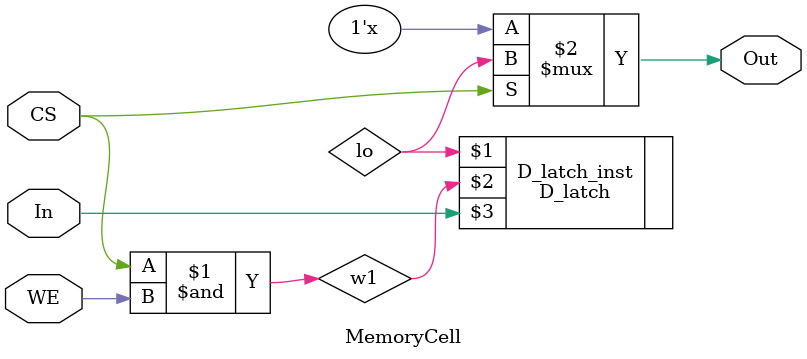
<source format=v>
module MemoryCell(Out, In, WE, CS);
	input In, WE, CS;
	output Out;
	
	wire lo;					//latch output
	wire w1;
	
	and and0(w1, CS, WE);
	
	//D_latch(Qout, en, Din)
	D_latch D_latch_inst(lo, w1, In);
	
	bufif1 bf(Out, lo, CS);
endmodule

</source>
